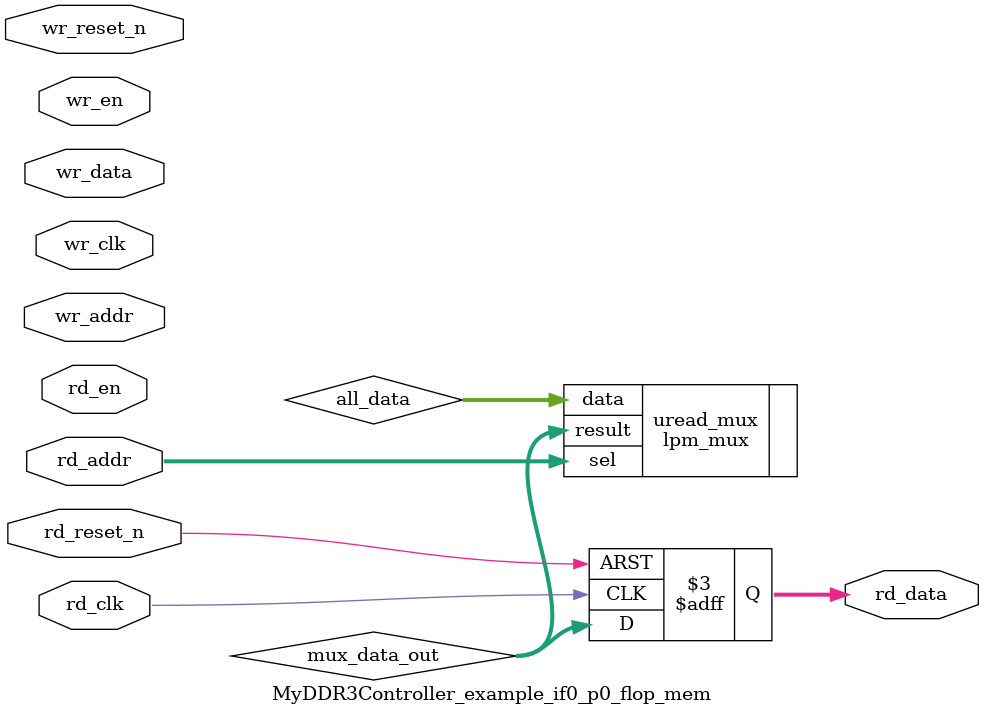
<source format=v>



`timescale 1 ps / 1 ps

(* altera_attribute = "-name ALLOW_SYNCH_CTRL_USAGE ON;-name AUTO_CLOCK_ENABLE_RECOGNITION ON" *)
module MyDDR3Controller_example_if0_p0_flop_mem(
	wr_reset_n,
	wr_clk,
	wr_en,
	wr_addr,
	wr_data,
	rd_reset_n,
	rd_clk,
	rd_en,
	rd_addr,
	rd_data
);

parameter WRITE_MEM_DEPTH	= "";
parameter WRITE_ADDR_WIDTH	= "";
parameter WRITE_DATA_WIDTH	= "";
parameter READ_MEM_DEPTH	= "";
parameter READ_ADDR_WIDTH	= "";		 
parameter READ_DATA_WIDTH	= "";


input	wr_reset_n;
input	wr_clk;
input	wr_en;
input	[WRITE_ADDR_WIDTH-1:0] wr_addr;
input	[WRITE_DATA_WIDTH-1:0] wr_data;
input	rd_reset_n;
input	rd_clk;
input	rd_en;
input	[READ_ADDR_WIDTH-1:0] rd_addr;
output	[READ_DATA_WIDTH-1:0] rd_data;



wire	[WRITE_DATA_WIDTH*WRITE_MEM_DEPTH-1:0] all_data;
wire	[READ_DATA_WIDTH-1:0] mux_data_out;



// declare a memory with WRITE_MEM_DEPTH entries
// each entry contains a data size of WRITE_DATA_WIDTH
reg	[WRITE_DATA_WIDTH-1:0] data_stored [0:WRITE_MEM_DEPTH-1] /* synthesis syn_preserve = 1 */;
reg	[READ_DATA_WIDTH-1:0] rd_data;

generate
genvar entry;
	for (entry=0; entry < WRITE_MEM_DEPTH; entry=entry+1)
	begin: mem_location
		assign all_data[(WRITE_DATA_WIDTH*(entry+1)-1) : (WRITE_DATA_WIDTH*entry)] = data_stored[entry]; 
		
		always @(posedge wr_clk or negedge wr_reset_n)
		begin
			if (~wr_reset_n) begin
				data_stored[entry] <= {WRITE_DATA_WIDTH{1'b0}};
			end else begin
				if (wr_en) begin
					if (entry == wr_addr) begin
						data_stored[entry] <= wr_data;
					end
				end
			end
		end		
	end
endgenerate

// mux to select the correct output data based on read address
lpm_mux	uread_mux(
	.sel (rd_addr),
	.data (all_data),
	.result (mux_data_out)
	// synopsys translate_off
	,
	.aclr (),
	.clken (),
	.clock ()
	// synopsys translate_on
	);
 defparam uread_mux.lpm_size = READ_MEM_DEPTH;
 defparam uread_mux.lpm_type = "LPM_MUX";
 defparam uread_mux.lpm_width = READ_DATA_WIDTH;
 defparam uread_mux.lpm_widths = READ_ADDR_WIDTH;

always @(posedge rd_clk or negedge rd_reset_n)	
begin
	if (~rd_reset_n) begin
		rd_data <= {READ_DATA_WIDTH{1'b0}};
	end else begin
		rd_data <= mux_data_out;
	end
end

endmodule

</source>
